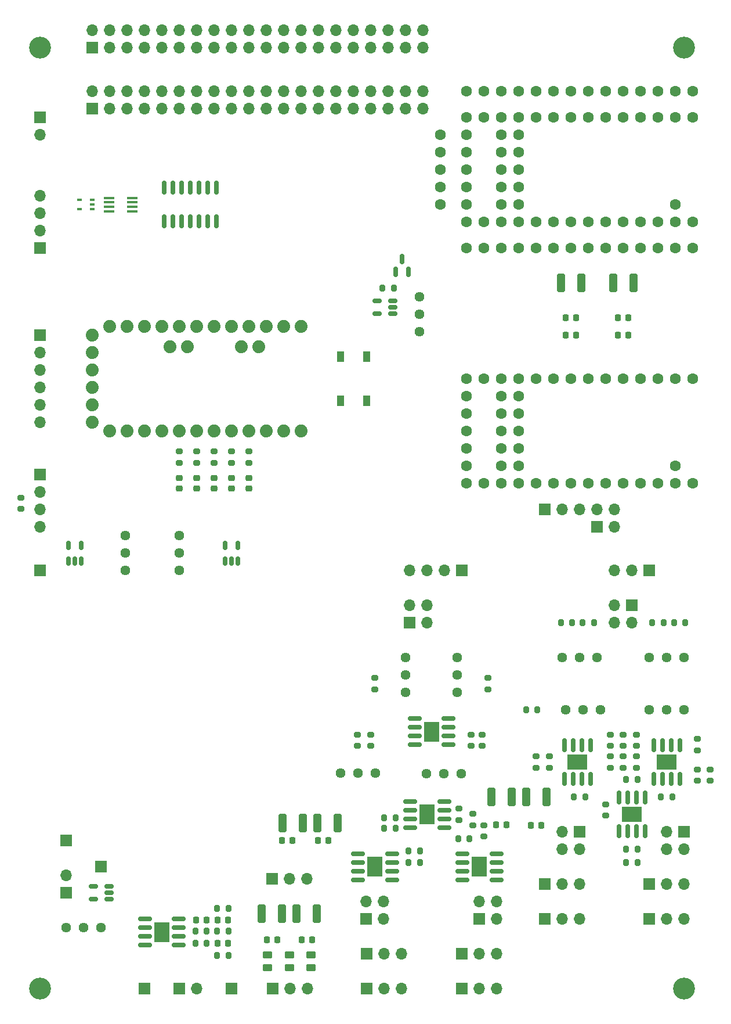
<source format=gbr>
%TF.GenerationSoftware,KiCad,Pcbnew,(6.0.4)*%
%TF.CreationDate,2022-04-15T04:49:27-07:00*%
%TF.ProjectId,main_board,6d61696e-5f62-46f6-9172-642e6b696361,rev?*%
%TF.SameCoordinates,Original*%
%TF.FileFunction,Soldermask,Top*%
%TF.FilePolarity,Negative*%
%FSLAX46Y46*%
G04 Gerber Fmt 4.6, Leading zero omitted, Abs format (unit mm)*
G04 Created by KiCad (PCBNEW (6.0.4)) date 2022-04-15 04:49:27*
%MOMM*%
%LPD*%
G01*
G04 APERTURE LIST*
G04 Aperture macros list*
%AMRoundRect*
0 Rectangle with rounded corners*
0 $1 Rounding radius*
0 $2 $3 $4 $5 $6 $7 $8 $9 X,Y pos of 4 corners*
0 Add a 4 corners polygon primitive as box body*
4,1,4,$2,$3,$4,$5,$6,$7,$8,$9,$2,$3,0*
0 Add four circle primitives for the rounded corners*
1,1,$1+$1,$2,$3*
1,1,$1+$1,$4,$5*
1,1,$1+$1,$6,$7*
1,1,$1+$1,$8,$9*
0 Add four rect primitives between the rounded corners*
20,1,$1+$1,$2,$3,$4,$5,0*
20,1,$1+$1,$4,$5,$6,$7,0*
20,1,$1+$1,$6,$7,$8,$9,0*
20,1,$1+$1,$8,$9,$2,$3,0*%
G04 Aperture macros list end*
%ADD10C,1.440000*%
%ADD11RoundRect,0.200000X0.200000X0.275000X-0.200000X0.275000X-0.200000X-0.275000X0.200000X-0.275000X0*%
%ADD12RoundRect,0.250000X-0.325000X-1.100000X0.325000X-1.100000X0.325000X1.100000X-0.325000X1.100000X0*%
%ADD13RoundRect,0.200000X-0.200000X-0.275000X0.200000X-0.275000X0.200000X0.275000X-0.200000X0.275000X0*%
%ADD14RoundRect,0.225000X-0.225000X-0.250000X0.225000X-0.250000X0.225000X0.250000X-0.225000X0.250000X0*%
%ADD15RoundRect,0.200000X0.275000X-0.200000X0.275000X0.200000X-0.275000X0.200000X-0.275000X-0.200000X0*%
%ADD16RoundRect,0.150000X-0.825000X-0.150000X0.825000X-0.150000X0.825000X0.150000X-0.825000X0.150000X0*%
%ADD17R,2.290000X3.000000*%
%ADD18RoundRect,0.200000X-0.275000X0.200000X-0.275000X-0.200000X0.275000X-0.200000X0.275000X0.200000X0*%
%ADD19R,1.700000X1.700000*%
%ADD20O,1.700000X1.700000*%
%ADD21RoundRect,0.150000X0.150000X-0.825000X0.150000X0.825000X-0.150000X0.825000X-0.150000X-0.825000X0*%
%ADD22RoundRect,0.150000X0.825000X0.150000X-0.825000X0.150000X-0.825000X-0.150000X0.825000X-0.150000X0*%
%ADD23R,1.600000X0.300000*%
%ADD24RoundRect,0.250000X0.325000X1.100000X-0.325000X1.100000X-0.325000X-1.100000X0.325000X-1.100000X0*%
%ADD25RoundRect,0.150000X0.150000X-0.512500X0.150000X0.512500X-0.150000X0.512500X-0.150000X-0.512500X0*%
%ADD26RoundRect,0.150000X-0.150000X0.825000X-0.150000X-0.825000X0.150000X-0.825000X0.150000X0.825000X0*%
%ADD27R,3.000000X2.290000*%
%ADD28RoundRect,0.218750X0.256250X-0.218750X0.256250X0.218750X-0.256250X0.218750X-0.256250X-0.218750X0*%
%ADD29C,3.200000*%
%ADD30C,1.879600*%
%ADD31RoundRect,0.150000X0.150000X-0.587500X0.150000X0.587500X-0.150000X0.587500X-0.150000X-0.587500X0*%
%ADD32RoundRect,0.250000X-0.450000X0.262500X-0.450000X-0.262500X0.450000X-0.262500X0.450000X0.262500X0*%
%ADD33RoundRect,0.150000X0.512500X0.150000X-0.512500X0.150000X-0.512500X-0.150000X0.512500X-0.150000X0*%
%ADD34R,0.650000X0.400000*%
%ADD35C,1.600000*%
%ADD36RoundRect,0.225000X0.225000X0.250000X-0.225000X0.250000X-0.225000X-0.250000X0.225000X-0.250000X0*%
%ADD37R,1.000000X1.600000*%
%ADD38RoundRect,0.250000X0.450000X-0.262500X0.450000X0.262500X-0.450000X0.262500X-0.450000X-0.262500X0*%
G04 APERTURE END LIST*
D10*
%TO.C,InputB_Gain1*%
X83718400Y-114300000D03*
X83718400Y-111760000D03*
X83718400Y-109220000D03*
%TD*%
D11*
%TO.C,R5*%
X74739000Y-132588000D03*
X73089000Y-132588000D03*
%TD*%
D12*
%TO.C,C20*%
X88695000Y-129540000D03*
X91645000Y-129540000D03*
%TD*%
D13*
%TO.C,R34*%
X113475000Y-129540000D03*
X115125000Y-129540000D03*
%TD*%
D10*
%TO.C,GalvoB_Gain1*%
X99558000Y-116840000D03*
X102098000Y-116840000D03*
X104638000Y-116840000D03*
%TD*%
D14*
%TO.C,C6*%
X45580991Y-147447000D03*
X47130991Y-147447000D03*
%TD*%
D15*
%TO.C,R14*%
X71730006Y-113855000D03*
X71730006Y-112205000D03*
%TD*%
D16*
%TO.C,U7*%
X77510006Y-118110000D03*
X77510006Y-119380000D03*
X77510006Y-120650000D03*
X77510006Y-121920000D03*
X82460006Y-121920000D03*
X82460006Y-120650000D03*
X82460006Y-119380000D03*
X82460006Y-118110000D03*
D17*
X79985006Y-120015000D03*
%TD*%
D18*
%TO.C,R28*%
X95250000Y-123635000D03*
X95250000Y-125285000D03*
%TD*%
D19*
%TO.C,J3*%
X30480000Y-29215000D03*
D20*
X30480000Y-26675000D03*
X33020000Y-29215000D03*
X33020000Y-26675000D03*
X35560000Y-29215000D03*
X35560000Y-26675000D03*
X38100000Y-29215000D03*
X38100000Y-26675000D03*
X40640000Y-29215000D03*
X40640000Y-26675000D03*
X43180000Y-29215000D03*
X43180000Y-26675000D03*
X45720000Y-29215000D03*
X45720000Y-26675000D03*
X48260000Y-29215000D03*
X48260000Y-26675000D03*
X50800000Y-29215000D03*
X50800000Y-26675000D03*
X53340000Y-29215000D03*
X53340000Y-26675000D03*
X55880000Y-29215000D03*
X55880000Y-26675000D03*
X58420000Y-29215000D03*
X58420000Y-26675000D03*
X60960000Y-29215000D03*
X60960000Y-26675000D03*
X63500000Y-29215000D03*
X63500000Y-26675000D03*
X66040000Y-29215000D03*
X66040000Y-26675000D03*
X68580000Y-29215000D03*
X68580000Y-26675000D03*
X71120000Y-29215000D03*
X71120000Y-26675000D03*
X73660000Y-29215000D03*
X73660000Y-26675000D03*
X76200000Y-29215000D03*
X76200000Y-26675000D03*
X78740000Y-29215000D03*
X78740000Y-26675000D03*
%TD*%
D19*
%TO.C,TP2*%
X31750000Y-139700000D03*
%TD*%
%TO.C,J20*%
X111760000Y-96520000D03*
D20*
X109220000Y-96520000D03*
X106680000Y-96520000D03*
%TD*%
D21*
%TO.C,U15*%
X40960000Y-45655000D03*
X42230000Y-45655000D03*
X43500000Y-45655000D03*
X44770000Y-45655000D03*
X46040000Y-45655000D03*
X47310000Y-45655000D03*
X48580000Y-45655000D03*
X48580000Y-40705000D03*
X47310000Y-40705000D03*
X46040000Y-40705000D03*
X44770000Y-40705000D03*
X43500000Y-40705000D03*
X42230000Y-40705000D03*
X40960000Y-40705000D03*
%TD*%
D13*
%TO.C,R35*%
X108395000Y-127000000D03*
X110045000Y-127000000D03*
%TD*%
D19*
%TO.C,J21*%
X109220000Y-101600000D03*
D20*
X109220000Y-104140000D03*
X106680000Y-101600000D03*
X106680000Y-104140000D03*
%TD*%
D10*
%TO.C,GalvoA_Offset1*%
X111760000Y-109220000D03*
X114300000Y-109220000D03*
X116840000Y-109220000D03*
%TD*%
D13*
%TO.C,R16*%
X112205000Y-104140000D03*
X113855000Y-104140000D03*
%TD*%
D22*
%TO.C,U14*%
X43115000Y-151130000D03*
X43115000Y-149860000D03*
X43115000Y-148590000D03*
X43115000Y-147320000D03*
X38165000Y-147320000D03*
X38165000Y-148590000D03*
X38165000Y-149860000D03*
X38165000Y-151130000D03*
D17*
X40640000Y-149225000D03*
%TD*%
D14*
%TO.C,C12*%
X99555000Y-62230000D03*
X101105000Y-62230000D03*
%TD*%
D19*
%TO.C,J7*%
X26670000Y-143510000D03*
D20*
X26670000Y-140970000D03*
%TD*%
D19*
%TO.C,J23*%
X101600000Y-134620000D03*
D20*
X101600000Y-137160000D03*
X99060000Y-134620000D03*
X99060000Y-137160000D03*
%TD*%
D23*
%TO.C,U18*%
X36310000Y-44155000D03*
X36310000Y-43505000D03*
X36310000Y-42855000D03*
X36310000Y-42205000D03*
X32910000Y-42205000D03*
X32910000Y-42855000D03*
X32910000Y-43505000D03*
X32910000Y-44155000D03*
%TD*%
D19*
%TO.C,J22*%
X56695000Y-141440000D03*
D20*
X59235000Y-141440000D03*
X61775000Y-141440000D03*
%TD*%
D19*
%TO.C,J24*%
X116840000Y-134620000D03*
D20*
X116840000Y-137160000D03*
X114300000Y-134620000D03*
X114300000Y-137160000D03*
%TD*%
D24*
%TO.C,C18*%
X63235000Y-146520000D03*
X60285000Y-146520000D03*
%TD*%
D10*
%TO.C,Cam_Input1*%
X43180000Y-91430000D03*
X43180000Y-93970000D03*
X43180000Y-96510000D03*
%TD*%
D25*
%TO.C,U9*%
X26990000Y-95117500D03*
X27940000Y-95117500D03*
X28890000Y-95117500D03*
X28890000Y-92842500D03*
X26990000Y-92842500D03*
%TD*%
D15*
%TO.C,R44*%
X53340000Y-80835000D03*
X53340000Y-79185000D03*
%TD*%
D26*
%TO.C,U5*%
X111125000Y-129605000D03*
X109855000Y-129605000D03*
X108585000Y-129605000D03*
X107315000Y-129605000D03*
X107315000Y-134555000D03*
X108585000Y-134555000D03*
X109855000Y-134555000D03*
X111125000Y-134555000D03*
D27*
X109220000Y-132080000D03*
%TD*%
D10*
%TO.C,Cam_Output1*%
X35306000Y-91440000D03*
X35306000Y-93980000D03*
X35306000Y-96520000D03*
%TD*%
%TO.C,InputA_Gain1*%
X76200000Y-114300000D03*
X76200000Y-111760000D03*
X76200000Y-109220000D03*
%TD*%
D19*
%TO.C,J27*%
X30480000Y-20320000D03*
D20*
X30480000Y-17780000D03*
X33020000Y-20320000D03*
X33020000Y-17780000D03*
X35560000Y-20320000D03*
X35560000Y-17780000D03*
X38100000Y-20320000D03*
X38100000Y-17780000D03*
X40640000Y-20320000D03*
X40640000Y-17780000D03*
X43180000Y-20320000D03*
X43180000Y-17780000D03*
X45720000Y-20320000D03*
X45720000Y-17780000D03*
X48260000Y-20320000D03*
X48260000Y-17780000D03*
X50800000Y-20320000D03*
X50800000Y-17780000D03*
X53340000Y-20320000D03*
X53340000Y-17780000D03*
X55880000Y-20320000D03*
X55880000Y-17780000D03*
X58420000Y-20320000D03*
X58420000Y-17780000D03*
X60960000Y-20320000D03*
X60960000Y-17780000D03*
X63500000Y-20320000D03*
X63500000Y-17780000D03*
X66040000Y-20320000D03*
X66040000Y-17780000D03*
X68580000Y-20320000D03*
X68580000Y-17780000D03*
X71120000Y-20320000D03*
X71120000Y-17780000D03*
X73660000Y-20320000D03*
X73660000Y-17780000D03*
X76200000Y-20320000D03*
X76200000Y-17780000D03*
X78740000Y-20320000D03*
X78740000Y-17780000D03*
%TD*%
D19*
%TO.C,TP5*%
X50800000Y-157480000D03*
%TD*%
%TO.C,J14*%
X70475000Y-152400000D03*
D20*
X73015000Y-152400000D03*
X75555000Y-152400000D03*
%TD*%
D14*
%TO.C,C2*%
X63360000Y-135890000D03*
X64910000Y-135890000D03*
%TD*%
D10*
%TO.C,GalvoB_Offset1*%
X99060000Y-109220000D03*
X101600000Y-109220000D03*
X104140000Y-109220000D03*
%TD*%
D15*
%TO.C,R11*%
X87376000Y-122110000D03*
X87376000Y-120460000D03*
%TD*%
D19*
%TO.C,J19*%
X84430000Y-96520000D03*
D20*
X81890000Y-96520000D03*
X79350000Y-96520000D03*
X76810000Y-96520000D03*
%TD*%
D19*
%TO.C,J8*%
X56769000Y-157480000D03*
D20*
X59309000Y-157480000D03*
X61849000Y-157480000D03*
%TD*%
D18*
%TO.C,R32*%
X105410000Y-130620000D03*
X105410000Y-132270000D03*
%TD*%
D16*
%TO.C,U2*%
X69255006Y-137795000D03*
X69255006Y-139065000D03*
X69255006Y-140335000D03*
X69255006Y-141605000D03*
X74205006Y-141605000D03*
X74205006Y-140335000D03*
X74205006Y-139065000D03*
X74205006Y-137795000D03*
D17*
X71730006Y-139700000D03*
%TD*%
D14*
%TO.C,C10*%
X107175000Y-59690000D03*
X108725000Y-59690000D03*
%TD*%
D12*
%TO.C,C14*%
X98855000Y-54610000D03*
X101805000Y-54610000D03*
%TD*%
D13*
%TO.C,R39*%
X48705000Y-145796000D03*
X50355000Y-145796000D03*
%TD*%
D16*
%TO.C,U3*%
X84495006Y-137795000D03*
X84495006Y-139065000D03*
X84495006Y-140335000D03*
X84495006Y-141605000D03*
X89445006Y-141605000D03*
X89445006Y-140335000D03*
X89445006Y-139065000D03*
X89445006Y-137795000D03*
D17*
X86970006Y-139700000D03*
%TD*%
D28*
%TO.C,D3*%
X43180000Y-84607500D03*
X43180000Y-83032500D03*
%TD*%
D14*
%TO.C,C5*%
X48755000Y-147447000D03*
X50305000Y-147447000D03*
%TD*%
D19*
%TO.C,J26*%
X96520000Y-147320000D03*
D20*
X99060000Y-147320000D03*
X101600000Y-147320000D03*
%TD*%
D29*
%TO.C,REF\u002A\u002A*%
X116840000Y-157480000D03*
%TD*%
D11*
%TO.C,R18*%
X103695000Y-104140000D03*
X102045000Y-104140000D03*
%TD*%
%TO.C,R43*%
X47180991Y-150876000D03*
X45530991Y-150876000D03*
%TD*%
D18*
%TO.C,R22*%
X107950000Y-120460000D03*
X107950000Y-122110000D03*
%TD*%
D29*
%TO.C,REF\u002A\u002A*%
X22860000Y-157480000D03*
%TD*%
D30*
%TO.C,U16*%
X30480000Y-62230000D03*
X30480000Y-64770000D03*
X30480000Y-67310000D03*
X30480000Y-69850000D03*
X30480000Y-72390000D03*
X30480000Y-74930000D03*
X44323000Y-63881000D03*
X41783000Y-63881000D03*
X54737000Y-63881000D03*
X52197000Y-63881000D03*
X33020000Y-60960000D03*
X35560000Y-60960000D03*
X38100000Y-60960000D03*
X40640000Y-60960000D03*
X43180000Y-60960000D03*
X45720000Y-60960000D03*
X48260000Y-60960000D03*
X50800000Y-60960000D03*
X53340000Y-60960000D03*
X55880000Y-60960000D03*
X58420000Y-60960000D03*
X60960000Y-60960000D03*
X60960000Y-76200000D03*
X58420000Y-76200000D03*
X55880000Y-76200000D03*
X53340000Y-76200000D03*
X50800000Y-76200000D03*
X48260000Y-76200000D03*
X45720000Y-76200000D03*
X43180000Y-76200000D03*
X40640000Y-76200000D03*
X38100000Y-76200000D03*
X35560000Y-76200000D03*
X33020000Y-76200000D03*
%TD*%
D13*
%TO.C,R37*%
X108395000Y-137160000D03*
X110045000Y-137160000D03*
%TD*%
D19*
%TO.C,J12*%
X43180000Y-157480000D03*
D20*
X45720000Y-157480000D03*
%TD*%
D19*
%TO.C,J5*%
X104140000Y-90170000D03*
D20*
X104140000Y-87630000D03*
X106680000Y-90170000D03*
X106680000Y-87630000D03*
%TD*%
D18*
%TO.C,R30*%
X106045000Y-123635000D03*
X106045000Y-125285000D03*
%TD*%
D14*
%TO.C,C13*%
X107175000Y-62230000D03*
X108725000Y-62230000D03*
%TD*%
D19*
%TO.C,J18*%
X76810006Y-104140000D03*
D20*
X76810006Y-101600000D03*
X79350006Y-104140000D03*
X79350006Y-101600000D03*
%TD*%
D15*
%TO.C,R13*%
X88240006Y-113855000D03*
X88240006Y-112205000D03*
%TD*%
D25*
%TO.C,U8*%
X49850000Y-95117500D03*
X50800000Y-95117500D03*
X51750000Y-95117500D03*
X51750000Y-92842500D03*
X49850000Y-92842500D03*
%TD*%
D19*
%TO.C,J25*%
X111760000Y-142240000D03*
D20*
X114300000Y-142240000D03*
X116840000Y-142240000D03*
%TD*%
D28*
%TO.C,D4*%
X48260000Y-84607500D03*
X48260000Y-83032500D03*
%TD*%
D13*
%TO.C,R36*%
X100775000Y-129540000D03*
X102425000Y-129540000D03*
%TD*%
D19*
%TO.C,J6*%
X96535000Y-87630000D03*
D20*
X99075000Y-87630000D03*
X101615000Y-87630000D03*
%TD*%
D15*
%TO.C,R8*%
X83947000Y-132905000D03*
X83947000Y-131255000D03*
%TD*%
%TO.C,R46*%
X48260000Y-80835000D03*
X48260000Y-79185000D03*
%TD*%
D14*
%TO.C,C8*%
X89395000Y-133600012D03*
X90945000Y-133600012D03*
%TD*%
D31*
%TO.C,Q1*%
X74742000Y-53007500D03*
X76642000Y-53007500D03*
X75692000Y-51132500D03*
%TD*%
D28*
%TO.C,D2*%
X50800000Y-84607500D03*
X50800000Y-83032500D03*
%TD*%
D19*
%TO.C,J15*%
X84430000Y-152400000D03*
D20*
X86970000Y-152400000D03*
X89510000Y-152400000D03*
%TD*%
D18*
%TO.C,R31*%
X106045000Y-120460000D03*
X106045000Y-122110000D03*
%TD*%
D14*
%TO.C,C1*%
X58139995Y-135890000D03*
X59689995Y-135890000D03*
%TD*%
D18*
%TO.C,R10*%
X69190006Y-120460000D03*
X69190006Y-122110000D03*
%TD*%
D10*
%TO.C,InputB_offset1*%
X84338000Y-126111000D03*
X81798000Y-126111000D03*
X79258000Y-126111000D03*
%TD*%
D15*
%TO.C,R12*%
X85725000Y-122110000D03*
X85725000Y-120460000D03*
%TD*%
D13*
%TO.C,R1*%
X73089000Y-134112000D03*
X74739000Y-134112000D03*
%TD*%
D29*
%TO.C,REF\u002A\u002A*%
X116840000Y-20320000D03*
%TD*%
D12*
%TO.C,C17*%
X63295000Y-133350000D03*
X66245000Y-133350000D03*
%TD*%
D19*
%TO.C,J16*%
X70460006Y-147325004D03*
D20*
X70460006Y-144785004D03*
X73000006Y-147325004D03*
X73000006Y-144785004D03*
%TD*%
D19*
%TO.C,J13*%
X22860000Y-30480000D03*
D20*
X22860000Y-33020000D03*
%TD*%
D19*
%TO.C,J28*%
X22860000Y-62230000D03*
D20*
X22860000Y-64770000D03*
X22860000Y-67310000D03*
X22860000Y-69850000D03*
X22860000Y-72390000D03*
X22860000Y-74930000D03*
%TD*%
D32*
%TO.C,FB3*%
X56044998Y-152592502D03*
X56044998Y-154417502D03*
%TD*%
D18*
%TO.C,R25*%
X118745000Y-125540000D03*
X118745000Y-127190000D03*
%TD*%
D33*
%TO.C,U12*%
X32887500Y-144460000D03*
X32887500Y-143510000D03*
X32887500Y-142560000D03*
X30612500Y-142560000D03*
X30612500Y-144460000D03*
%TD*%
D34*
%TO.C,U17*%
X30480000Y-43830000D03*
X30480000Y-43180000D03*
X30480000Y-42530000D03*
X28580000Y-42530000D03*
X28580000Y-43830000D03*
%TD*%
D11*
%TO.C,R40*%
X50355000Y-149098000D03*
X48705000Y-149098000D03*
%TD*%
D18*
%TO.C,R15*%
X20015200Y-85916000D03*
X20015200Y-87566000D03*
%TD*%
%TO.C,R29*%
X97155000Y-123635000D03*
X97155000Y-125285000D03*
%TD*%
D11*
%TO.C,R4*%
X85534000Y-135636000D03*
X83884000Y-135636000D03*
%TD*%
D18*
%TO.C,R21*%
X118745000Y-121095000D03*
X118745000Y-122745000D03*
%TD*%
D10*
%TO.C,Prog1*%
X78232000Y-61722000D03*
X78232000Y-59182000D03*
X78232000Y-56642000D03*
%TD*%
D12*
%TO.C,C16*%
X58215000Y-133350000D03*
X61165000Y-133350000D03*
%TD*%
D19*
%TO.C,J11*%
X22860000Y-49520000D03*
D20*
X22860000Y-46980000D03*
X22860000Y-44440000D03*
X22860000Y-41900000D03*
%TD*%
D19*
%TO.C,TP1*%
X22860000Y-96520000D03*
%TD*%
%TO.C,TP3*%
X26670000Y-135890000D03*
%TD*%
D35*
%TO.C,U11*%
X118110000Y-68580000D03*
X115570000Y-68580000D03*
X113030000Y-68580000D03*
X110490000Y-68580000D03*
X107950000Y-68580000D03*
X105410000Y-68580000D03*
X102870000Y-68580000D03*
X100330000Y-68580000D03*
X97790000Y-68580000D03*
X95250000Y-68580000D03*
X92710000Y-68580000D03*
X90170000Y-68580000D03*
X87630000Y-68580000D03*
X85090000Y-68580000D03*
X85090000Y-71120000D03*
X85090000Y-73660000D03*
X85090000Y-76200000D03*
X85090000Y-78740000D03*
X85090000Y-81280000D03*
X85090000Y-83820000D03*
X87630000Y-83820000D03*
X90170000Y-83820000D03*
X92710000Y-83820000D03*
X95250000Y-83820000D03*
X97790000Y-83820000D03*
X100330000Y-83820000D03*
X102870000Y-83820000D03*
X105410000Y-83820000D03*
X107950000Y-83820000D03*
X110490000Y-83820000D03*
X113030000Y-83820000D03*
X115570000Y-83820000D03*
X118110000Y-83820000D03*
X115570000Y-81280000D03*
X90170000Y-81280000D03*
X92710000Y-81280000D03*
X90170000Y-78740000D03*
X92710000Y-78740000D03*
X90170000Y-76200000D03*
X92710000Y-76200000D03*
X90170000Y-73660000D03*
X92710000Y-73660000D03*
X90170000Y-71120000D03*
X92710000Y-71120000D03*
%TD*%
D36*
%TO.C,C7*%
X50305000Y-150876000D03*
X48755000Y-150876000D03*
%TD*%
D13*
%TO.C,R17*%
X115380000Y-104140000D03*
X117030000Y-104140000D03*
%TD*%
%TO.C,R2*%
X76620006Y-139065000D03*
X78270006Y-139065000D03*
%TD*%
D15*
%TO.C,R9*%
X71095006Y-122110000D03*
X71095006Y-120460000D03*
%TD*%
D13*
%TO.C,R19*%
X98870000Y-104140000D03*
X100520000Y-104140000D03*
%TD*%
D11*
%TO.C,R41*%
X47180991Y-149098000D03*
X45530991Y-149098000D03*
%TD*%
%TO.C,R42*%
X50355000Y-152654000D03*
X48705000Y-152654000D03*
%TD*%
D15*
%TO.C,R7*%
X85979000Y-133667000D03*
X85979000Y-132017000D03*
%TD*%
D19*
%TO.C,J9*%
X111760000Y-147320000D03*
D20*
X114300000Y-147320000D03*
X116840000Y-147320000D03*
%TD*%
D33*
%TO.C,U13*%
X74289500Y-59116000D03*
X74289500Y-58166000D03*
X74289500Y-57216000D03*
X72014500Y-57216000D03*
X72014500Y-59116000D03*
%TD*%
D15*
%TO.C,R45*%
X50800000Y-80835000D03*
X50800000Y-79185000D03*
%TD*%
D14*
%TO.C,C11*%
X99555000Y-59690000D03*
X101105000Y-59690000D03*
%TD*%
D18*
%TO.C,R27*%
X109855000Y-123635000D03*
X109855000Y-125285000D03*
%TD*%
D36*
%TO.C,C4*%
X57454998Y-150330002D03*
X55904998Y-150330002D03*
%TD*%
D29*
%TO.C,REF\u002A\u002A*%
X22860000Y-20320000D03*
%TD*%
D19*
%TO.C,J17*%
X86970006Y-147320000D03*
D20*
X86970006Y-144780000D03*
X89510006Y-147320000D03*
X89510006Y-144780000D03*
%TD*%
D12*
%TO.C,C15*%
X106475000Y-54610000D03*
X109425000Y-54610000D03*
%TD*%
D10*
%TO.C,LED_Trigger1*%
X31750000Y-148590000D03*
X29210000Y-148590000D03*
X26670000Y-148590000D03*
%TD*%
D18*
%TO.C,R24*%
X120650000Y-125540000D03*
X120650000Y-127190000D03*
%TD*%
D11*
%TO.C,R6*%
X78295000Y-137414000D03*
X76645000Y-137414000D03*
%TD*%
D24*
%TO.C,C19*%
X58155000Y-146520000D03*
X55205000Y-146520000D03*
%TD*%
D28*
%TO.C,D1*%
X53340000Y-84607500D03*
X53340000Y-83032500D03*
%TD*%
D36*
%TO.C,C3*%
X62534998Y-150330002D03*
X60984998Y-150330002D03*
%TD*%
D32*
%TO.C,FB1*%
X62394998Y-152592502D03*
X62394998Y-154417502D03*
%TD*%
D15*
%TO.C,R56*%
X43180000Y-80835000D03*
X43180000Y-79185000D03*
%TD*%
D11*
%TO.C,R20*%
X95440000Y-116840000D03*
X93790000Y-116840000D03*
%TD*%
D26*
%TO.C,U4*%
X103185011Y-121985000D03*
X101915011Y-121985000D03*
X100645011Y-121985000D03*
X99375011Y-121985000D03*
X99375011Y-126935000D03*
X100645011Y-126935000D03*
X101915011Y-126935000D03*
X103185011Y-126935000D03*
D27*
X101280011Y-124460000D03*
%TD*%
D10*
%TO.C,InputA_offset1*%
X71739600Y-126034800D03*
X69199600Y-126034800D03*
X66659600Y-126034800D03*
%TD*%
D14*
%TO.C,C9*%
X94475000Y-133639992D03*
X96025000Y-133639992D03*
%TD*%
D19*
%TO.C,TP4*%
X38100000Y-157480000D03*
%TD*%
D35*
%TO.C,U10*%
X118110000Y-26670000D03*
X118110000Y-30480000D03*
X115570000Y-30480000D03*
X115570000Y-26670000D03*
X113030000Y-30480000D03*
X113030000Y-26670000D03*
X110490000Y-26670000D03*
X110490000Y-30480000D03*
X107950000Y-30480000D03*
X107950000Y-26670000D03*
X105410000Y-26670000D03*
X105410000Y-30480000D03*
X102870000Y-26670000D03*
X102870000Y-30480000D03*
X100330000Y-26670000D03*
X100330000Y-30480000D03*
X97790000Y-26670000D03*
X97790000Y-30480000D03*
X95250000Y-26670000D03*
X95250000Y-30480000D03*
X92710000Y-30480000D03*
X92710000Y-26670000D03*
X90170000Y-30480000D03*
X90170000Y-26670000D03*
X87630000Y-30480000D03*
X87630000Y-26670000D03*
X85090000Y-30480000D03*
X85090000Y-26670000D03*
X81280000Y-33020000D03*
X85090000Y-33020000D03*
X81280000Y-35560000D03*
X85090000Y-35560000D03*
X85090000Y-38100000D03*
X81280000Y-38100000D03*
X81280000Y-40640000D03*
X85090000Y-40640000D03*
X81280000Y-43180000D03*
X85090000Y-43180000D03*
X85090000Y-49530000D03*
X85090000Y-45720000D03*
X87630000Y-45720000D03*
X87630000Y-49530000D03*
X90170000Y-45720000D03*
X90170000Y-49530000D03*
X92710000Y-49530000D03*
X92710000Y-45720000D03*
X95250000Y-49530000D03*
X95250000Y-45720000D03*
X97790000Y-49530000D03*
X97790000Y-45720000D03*
X100330000Y-49530000D03*
X100330000Y-45720000D03*
X102870000Y-45720000D03*
X102870000Y-49530000D03*
X105410000Y-49530000D03*
X105410000Y-45720000D03*
X107950000Y-49530000D03*
X107950000Y-45720000D03*
X110490000Y-49530000D03*
X110490000Y-45720000D03*
X113030000Y-45720000D03*
X113030000Y-49530000D03*
X115570000Y-45720000D03*
X115570000Y-49530000D03*
X118110000Y-45720000D03*
X118110000Y-49530000D03*
X115570000Y-43180000D03*
X90170000Y-43180000D03*
X92710000Y-43180000D03*
X90170000Y-40640000D03*
X92710000Y-40640000D03*
X90170000Y-38100000D03*
X92710000Y-38100000D03*
X90170000Y-35560000D03*
X92710000Y-35560000D03*
X90170000Y-33020000D03*
X92710000Y-33020000D03*
%TD*%
D10*
%TO.C,GalvoA_Gain1*%
X111750000Y-116840000D03*
X114290000Y-116840000D03*
X116830000Y-116840000D03*
%TD*%
D16*
%TO.C,U6*%
X76875006Y-130175000D03*
X76875006Y-131445000D03*
X76875006Y-132715000D03*
X76875006Y-133985000D03*
X81825006Y-133985000D03*
X81825006Y-132715000D03*
X81825006Y-131445000D03*
X81825006Y-130175000D03*
D17*
X79350006Y-132080000D03*
%TD*%
D15*
%TO.C,R3*%
X87630000Y-135318000D03*
X87630000Y-133668000D03*
%TD*%
%TO.C,R47*%
X45720000Y-80835000D03*
X45720000Y-79185000D03*
%TD*%
D12*
%TO.C,C21*%
X93775000Y-129540000D03*
X96725000Y-129540000D03*
%TD*%
D18*
%TO.C,R26*%
X107950000Y-123635000D03*
X107950000Y-125285000D03*
%TD*%
D26*
%TO.C,U1*%
X116205000Y-121985000D03*
X114935000Y-121985000D03*
X113665000Y-121985000D03*
X112395000Y-121985000D03*
X112395000Y-126935000D03*
X113665000Y-126935000D03*
X114935000Y-126935000D03*
X116205000Y-126935000D03*
D27*
X114300000Y-124460000D03*
%TD*%
D13*
%TO.C,R38*%
X72835000Y-55372000D03*
X74485000Y-55372000D03*
%TD*%
D37*
%TO.C,S1*%
X70480000Y-65380000D03*
X70480000Y-71780000D03*
X66680000Y-65380000D03*
X66680000Y-71780000D03*
%TD*%
D18*
%TO.C,R23*%
X109855000Y-120460000D03*
X109855000Y-122110000D03*
%TD*%
D19*
%TO.C,J4*%
X22860000Y-82560000D03*
D20*
X22860000Y-85100000D03*
X22860000Y-87640000D03*
X22860000Y-90180000D03*
%TD*%
D11*
%TO.C,R33*%
X110045000Y-139065000D03*
X108395000Y-139065000D03*
%TD*%
D38*
%TO.C,FB2*%
X59219998Y-154417502D03*
X59219998Y-152592502D03*
%TD*%
D28*
%TO.C,D5*%
X45720000Y-84607500D03*
X45720000Y-83032500D03*
%TD*%
D19*
%TO.C,J1*%
X84430000Y-157480000D03*
D20*
X86970000Y-157480000D03*
X89510000Y-157480000D03*
%TD*%
D19*
%TO.C,J10*%
X96520000Y-142240000D03*
D20*
X99060000Y-142240000D03*
X101600000Y-142240000D03*
%TD*%
D19*
%TO.C,J2*%
X70475000Y-157480000D03*
D20*
X73015000Y-157480000D03*
X75555000Y-157480000D03*
%TD*%
M02*

</source>
